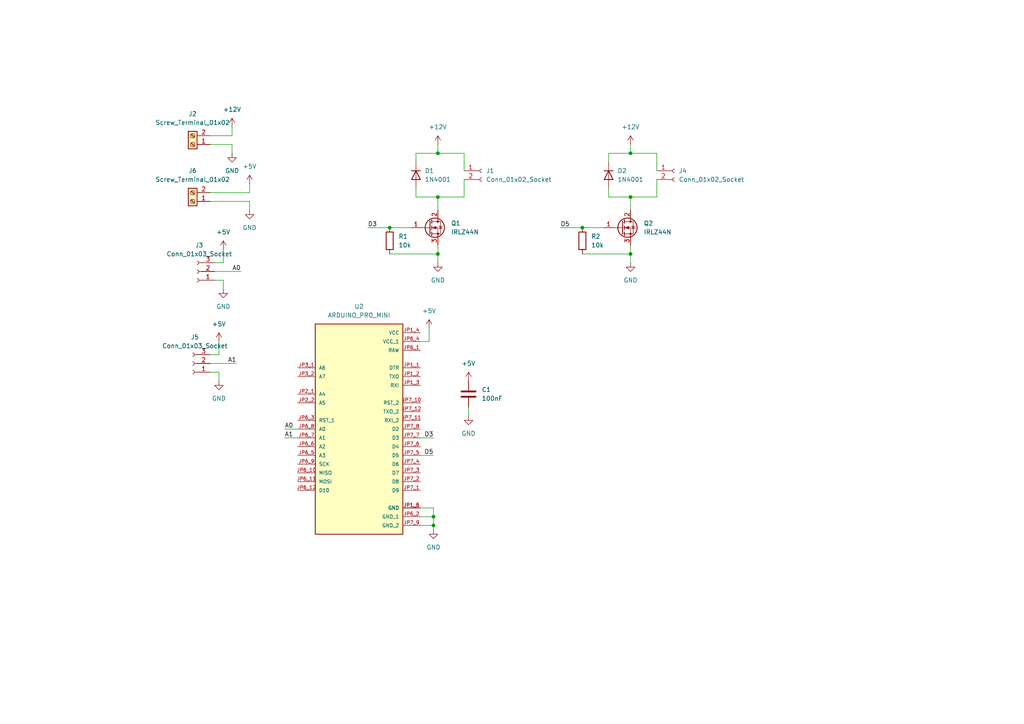
<source format=kicad_sch>
(kicad_sch (version 20230121) (generator eeschema)
  (paper "A4")
  (lib_symbols
    (symbol "Arduino_pro_mini:ARDUINO_PRO_MINI" (pin_names (offset 1.016))
      (property "Reference" "U" (at -12.7 31.75 0))
      (property "Value" "ARDUINO_PRO_MINI" (at -12.7 -33.02 0))
      (symbol "ARDUINO_PRO_MINI_0_0"
        (rectangle (start -12.7 -30.48) (end 12.7 30.48) (stroke (width 0.254)) (fill (type background)))
        (pin input line (at 17.78 17.78 180) (length 5.08) (name "DTR") (number "JP1_1"))
        (pin bidirectional line (at 17.78 15.24 180) (length 5.08) (name "TXO") (number "JP1_2"))
        (pin bidirectional line (at 17.78 12.7 180) (length 5.08) (name "RXI") (number "JP1_3"))
        (pin power_in line (at 17.78 27.94 180) (length 5.08) (name "VCC") (number "JP1_4"))
        (pin power_in line (at 17.78 -22.86 180) (length 5.08) (name "GND") (number "JP1_5"))
        (pin power_in line (at 17.78 -22.86 180) (length 5.08) (name "GND") (number "JP1_6"))
        (pin bidirectional line (at -17.78 10.16 0) (length 5.08) (name "A4") (number "JP2_1"))
        (pin bidirectional line (at -17.78 7.62 0) (length 5.08) (name "A5") (number "JP2_2"))
        (pin input line (at -17.78 17.78 0) (length 5.08) (name "A6") (number "JP3_1"))
        (pin input line (at -17.78 15.24 0) (length 5.08) (name "A7") (number "JP3_2"))
        (pin power_in line (at 17.78 22.86 180) (length 5.08) (name "RAW") (number "JP6_1"))
        (pin bidirectional line (at -17.78 -12.7 0) (length 5.08) (name "MISO") (number "JP6_10"))
        (pin bidirectional line (at -17.78 -15.24 0) (length 5.08) (name "MOSI") (number "JP6_11"))
        (pin bidirectional line (at -17.78 -17.78 0) (length 5.08) (name "D10") (number "JP6_12"))
        (pin power_in line (at 17.78 -25.4 180) (length 5.08) (name "GND_1") (number "JP6_2"))
        (pin input line (at -17.78 2.54 0) (length 5.08) (name "RST_1") (number "JP6_3"))
        (pin power_in line (at 17.78 25.4 180) (length 5.08) (name "VCC_1") (number "JP6_4"))
        (pin bidirectional line (at -17.78 -7.62 0) (length 5.08) (name "A3") (number "JP6_5"))
        (pin bidirectional line (at -17.78 -5.08 0) (length 5.08) (name "A2") (number "JP6_6"))
        (pin bidirectional line (at -17.78 -2.54 0) (length 5.08) (name "A1") (number "JP6_7"))
        (pin bidirectional line (at -17.78 0 0) (length 5.08) (name "A0") (number "JP6_8"))
        (pin bidirectional line (at -17.78 -10.16 0) (length 5.08) (name "SCK") (number "JP6_9"))
        (pin bidirectional line (at 17.78 -17.78 180) (length 5.08) (name "D9") (number "JP7_1"))
        (pin input line (at 17.78 7.62 180) (length 5.08) (name "RST_2") (number "JP7_10"))
        (pin bidirectional line (at 17.78 2.54 180) (length 5.08) (name "RXI_2") (number "JP7_11"))
        (pin bidirectional line (at 17.78 5.08 180) (length 5.08) (name "TXO_2") (number "JP7_12"))
        (pin bidirectional line (at 17.78 -15.24 180) (length 5.08) (name "D8") (number "JP7_2"))
        (pin bidirectional line (at 17.78 -12.7 180) (length 5.08) (name "D7") (number "JP7_3"))
        (pin bidirectional line (at 17.78 -10.16 180) (length 5.08) (name "D6") (number "JP7_4"))
        (pin bidirectional line (at 17.78 -7.62 180) (length 5.08) (name "D5") (number "JP7_5"))
        (pin bidirectional line (at 17.78 -5.08 180) (length 5.08) (name "D4") (number "JP7_6"))
        (pin bidirectional line (at 17.78 -2.54 180) (length 5.08) (name "D3") (number "JP7_7"))
        (pin bidirectional line (at 17.78 0 180) (length 5.08) (name "D2") (number "JP7_8"))
        (pin power_in line (at 17.78 -27.94 180) (length 5.08) (name "GND_2") (number "JP7_9"))
      )
    )
    (symbol "Connector:Conn_01x02_Socket" (pin_names (offset 1.016) hide)
      (property "Reference" "J" (at 0 2.54 0))
      (property "Value" "Conn_01x02_Socket" (at 0 -5.08 0))
      (symbol "Conn_01x02_Socket_1_1"
        (arc (start 0 -2.032) (mid -0.5058 -2.54) (end 0 -3.048) (stroke (width 0.1524)))
        (polyline (pts (xy -1.27 -2.54) (xy -0.508 -2.54)) (stroke (width 0.1524)))
        (polyline (pts (xy -1.27 0) (xy -0.508 0)) (stroke (width 0.1524)))
        (arc (start 0 0.508) (mid -0.5058 0) (end 0 -0.508) (stroke (width 0.1524)))
        (pin passive line (at -5.08 0 0) (length 3.81) (name "Pin_1") (number "1"))
        (pin passive line (at -5.08 -2.54 0) (length 3.81) (name "Pin_2") (number "2"))
      )
    )
    (symbol "Connector:Conn_01x03_Socket" (pin_names (offset 1.016) hide)
      (property "Reference" "J" (at 0 5.08 0))
      (property "Value" "Conn_01x03_Socket" (at 0 -5.08 0))
      (symbol "Conn_01x03_Socket_1_1"
        (arc (start 0 -2.032) (mid -0.5058 -2.54) (end 0 -3.048) (stroke (width 0.1524)))
        (polyline (pts (xy -1.27 -2.54) (xy -0.508 -2.54)) (stroke (width 0.1524)))
        (polyline (pts (xy -1.27 0) (xy -0.508 0)) (stroke (width 0.1524)))
        (polyline (pts (xy -1.27 2.54) (xy -0.508 2.54)) (stroke (width 0.1524)))
        (arc (start 0 0.508) (mid -0.5058 0) (end 0 -0.508) (stroke (width 0.1524)))
        (arc (start 0 3.048) (mid -0.5058 2.54) (end 0 2.032) (stroke (width 0.1524)))
        (pin passive line (at -5.08 2.54 0) (length 3.81) (name "Pin_1") (number "1"))
        (pin passive line (at -5.08 0 0) (length 3.81) (name "Pin_2") (number "2"))
        (pin passive line (at -5.08 -2.54 0) (length 3.81) (name "Pin_3") (number "3"))
      )
    )
    (symbol "Connector:Screw_Terminal_01x02" (pin_names (offset 1.016) hide)
      (property "Reference" "J" (at 0 2.54 0))
      (property "Value" "Screw_Terminal_01x02" (at 0 -5.08 0))
      (symbol "Screw_Terminal_01x02_1_1"
        (rectangle (start -1.27 1.27) (end 1.27 -3.81) (stroke (width 0.254)) (fill (type background)))
        (circle (center 0 -2.54) (radius 0.635) (stroke (width 0.1524)))
        (polyline (pts (xy -0.5334 -2.2098) (xy 0.3302 -3.048)) (stroke (width 0.1524)))
        (polyline (pts (xy -0.5334 0.3302) (xy 0.3302 -0.508)) (stroke (width 0.1524)))
        (polyline (pts (xy -0.3556 -2.032) (xy 0.508 -2.8702)) (stroke (width 0.1524)))
        (polyline (pts (xy -0.3556 0.508) (xy 0.508 -0.3302)) (stroke (width 0.1524)))
        (circle (center 0 0) (radius 0.635) (stroke (width 0.1524)))
        (pin passive line (at -5.08 0 0) (length 3.81) (name "Pin_1") (number "1"))
        (pin passive line (at -5.08 -2.54 0) (length 3.81) (name "Pin_2") (number "2"))
      )
    )
    (symbol "Device:C" (pin_numbers hide) (pin_names (offset 0.254))
      (property "Reference" "C" (at 0.635 2.54 0))
      (property "Value" "C" (at 0.635 -2.54 0))
      (symbol "C_0_1"
        (polyline (pts (xy -2.032 -0.762) (xy 2.032 -0.762)) (stroke (width 0.508)))
        (polyline (pts (xy -2.032 0.762) (xy 2.032 0.762)) (stroke (width 0.508)))
      )
      (symbol "C_1_1"
        (pin passive line (at 0 3.81 270) (length 2.794) (name "~") (number "1"))
        (pin passive line (at 0 -3.81 90) (length 2.794) (name "~") (number "2"))
      )
    )
    (symbol "Device:R" (pin_numbers hide) (pin_names (offset 0))
      (property "Reference" "R" (at 2.032 0 90))
      (property "Value" "R" (at 0 0 90))
      (symbol "R_0_1"
        (rectangle (start -1.016 -2.54) (end 1.016 2.54) (stroke (width 0.254)))
      )
      (symbol "R_1_1"
        (pin passive line (at 0 3.81 270) (length 1.27) (name "~") (number "1"))
        (pin passive line (at 0 -3.81 90) (length 1.27) (name "~") (number "2"))
      )
    )
    (symbol "Diode:1N4001" (pin_numbers hide) (pin_names hide)
      (property "Reference" "D" (at 0 2.54 0))
      (property "Value" "1N4001" (at 0 -2.54 0))
      (symbol "1N4001_0_1"
        (polyline (pts (xy -1.27 1.27) (xy -1.27 -1.27)) (stroke (width 0.254)))
        (polyline (pts (xy 1.27 0) (xy -1.27 0)))
        (polyline (pts (xy 1.27 1.27) (xy 1.27 -1.27) (xy -1.27 0) (xy 1.27 1.27)) (stroke (width 0.254)))
      )
      (symbol "1N4001_1_1"
        (pin passive line (at -3.81 0 0) (length 2.54) (name "K") (number "1"))
        (pin passive line (at 3.81 0 180) (length 2.54) (name "A") (number "2"))
      )
    )
    (symbol "Transistor_FET:IRLZ44N" (pin_names hide)
      (property "Reference" "Q" (at 6.35 1.905 0))
      (property "Value" "IRLZ44N" (at 6.35 0 0))
      (symbol "IRLZ44N_0_1"
        (polyline (pts (xy 0.254 0) (xy -2.54 0)))
        (polyline (pts (xy 0.254 1.905) (xy 0.254 -1.905)) (stroke (width 0.254)))
        (polyline (pts (xy 0.762 -1.27) (xy 0.762 -2.286)) (stroke (width 0.254)))
        (polyline (pts (xy 0.762 0.508) (xy 0.762 -0.508)) (stroke (width 0.254)))
        (polyline (pts (xy 0.762 2.286) (xy 0.762 1.27)) (stroke (width 0.254)))
        (polyline (pts (xy 2.54 2.54) (xy 2.54 1.778)))
        (polyline (pts (xy 2.54 -2.54) (xy 2.54 0) (xy 0.762 0)))
        (polyline (pts (xy 0.762 -1.778) (xy 3.302 -1.778) (xy 3.302 1.778) (xy 0.762 1.778)))
        (polyline (pts (xy 1.016 0) (xy 2.032 0.381) (xy 2.032 -0.381) (xy 1.016 0)) (fill (type outline)))
        (polyline (pts (xy 2.794 0.508) (xy 2.921 0.381) (xy 3.683 0.381) (xy 3.81 0.254)))
        (polyline (pts (xy 3.302 0.381) (xy 2.921 -0.254) (xy 3.683 -0.254) (xy 3.302 0.381)))
        (circle (center 1.651 0) (radius 2.794) (stroke (width 0.254)))
        (circle (center 2.54 -1.778) (radius 0.254) (fill (type outline)))
        (circle (center 2.54 1.778) (radius 0.254) (fill (type outline)))
      )
      (symbol "IRLZ44N_1_1"
        (pin input line (at -5.08 0 0) (length 2.54) (name "G") (number "1"))
        (pin passive line (at 2.54 5.08 270) (length 2.54) (name "D") (number "2"))
        (pin passive line (at 2.54 -5.08 90) (length 2.54) (name "S") (number "3"))
      )
    )
    (symbol "power:+12V" (power) (pin_names (offset 0))
      (property "Value" "+12V" (at 0 3.556 0))
      (symbol "+12V_0_1"
        (polyline (pts (xy -0.762 1.27) (xy 0 2.54)))
        (polyline (pts (xy 0 0) (xy 0 2.54)))
        (polyline (pts (xy 0 2.54) (xy 0.762 1.27)))
      )
      (symbol "+12V_1_1"
        (pin power_in line (at 0 0 90) (length 0) hide (name "+12V") (number "1"))
      )
    )
    (symbol "power:+5V" (power) (pin_names (offset 0))
      (property "Value" "+5V" (at 0 3.556 0))
      (symbol "+5V_0_1"
        (polyline (pts (xy -0.762 1.27) (xy 0 2.54)))
        (polyline (pts (xy 0 0) (xy 0 2.54)))
        (polyline (pts (xy 0 2.54) (xy 0.762 1.27)))
      )
      (symbol "+5V_1_1"
        (pin power_in line (at 0 0 90) (length 0) hide (name "+5V") (number "1"))
      )
    )
    (symbol "power:GND" (power) (pin_names (offset 0))
      (property "Value" "GND" (at 0 -3.81 0))
      (symbol "GND_0_1"
        (polyline (pts (xy 0 0) (xy 0 -1.27) (xy 1.27 -1.27) (xy 0 -2.54) (xy -1.27 -1.27) (xy 0 -1.27)))
      )
      (symbol "GND_1_1"
        (pin power_in line (at 0 0 270) (length 0) hide (name "GND") (number "1"))
      )
    )
  )
  (junction (at 182.88 73.66))
  (junction (at 127 73.66))
  (junction (at 168.91 66.04))
  (junction (at 182.88 44.45))
  (junction (at 127 44.45))
  (junction (at 125.73 152.4))
  (junction (at 113.03 66.04))
  (junction (at 182.88 57.15))
  (junction (at 127 57.15))
  (junction (at 125.73 149.86))
  (wire (pts (xy 121.92 149.86) (xy 125.73 149.86)))
  (wire (pts (xy 124.46 95.25) (xy 124.46 99.06)))
  (wire (pts (xy 64.77 72.39) (xy 64.77 76.2)))
  (wire (pts (xy 67.31 41.91) (xy 67.31 44.45)))
  (wire (pts (xy 127 44.45) (xy 134.62 44.45)))
  (wire (pts (xy 182.88 73.66) (xy 182.88 76.2)))
  (wire (pts (xy 190.5 44.45) (xy 190.5 49.53)))
  (wire (pts (xy 60.96 41.91) (xy 67.31 41.91)))
  (wire (pts (xy 176.53 44.45) (xy 182.88 44.45)))
  (wire (pts (xy 60.96 105.41) (xy 68.58 105.41)))
  (wire (pts (xy 127 73.66) (xy 127 71.12)))
  (wire (pts (xy 63.5 110.49) (xy 63.5 107.95)))
  (wire (pts (xy 63.5 107.95) (xy 60.96 107.95)))
  (wire (pts (xy 72.39 53.34) (xy 72.39 55.88)))
  (wire (pts (xy 176.53 54.61) (xy 176.53 57.15)))
  (wire (pts (xy 64.77 76.2) (xy 62.23 76.2)))
  (wire (pts (xy 127 73.66) (xy 127 76.2)))
  (wire (pts (xy 135.89 118.11) (xy 135.89 120.65)))
  (wire (pts (xy 60.96 39.37) (xy 67.31 39.37)))
  (wire (pts (xy 125.73 149.86) (xy 125.73 152.4)))
  (wire (pts (xy 127 57.15) (xy 134.62 57.15)))
  (wire (pts (xy 63.5 102.87) (xy 60.96 102.87)))
  (wire (pts (xy 72.39 55.88) (xy 60.96 55.88)))
  (wire (pts (xy 127 57.15) (xy 127 60.96)))
  (wire (pts (xy 120.65 46.99) (xy 120.65 44.45)))
  (wire (pts (xy 168.91 66.04) (xy 175.26 66.04)))
  (wire (pts (xy 106.68 66.04) (xy 113.03 66.04)))
  (wire (pts (xy 120.65 44.45) (xy 127 44.45)))
  (wire (pts (xy 125.73 147.32) (xy 125.73 149.86)))
  (wire (pts (xy 63.5 99.06) (xy 63.5 102.87)))
  (wire (pts (xy 82.55 124.46) (xy 86.36 124.46)))
  (wire (pts (xy 182.88 44.45) (xy 190.5 44.45)))
  (wire (pts (xy 134.62 44.45) (xy 134.62 49.53)))
  (wire (pts (xy 121.92 127) (xy 125.73 127)))
  (wire (pts (xy 67.31 39.37) (xy 67.31 36.83)))
  (wire (pts (xy 64.77 83.82) (xy 64.77 81.28)))
  (wire (pts (xy 60.96 58.42) (xy 72.39 58.42)))
  (wire (pts (xy 121.92 99.06) (xy 124.46 99.06)))
  (wire (pts (xy 82.55 127) (xy 86.36 127)))
  (wire (pts (xy 162.56 66.04) (xy 168.91 66.04)))
  (wire (pts (xy 182.88 73.66) (xy 182.88 71.12)))
  (wire (pts (xy 168.91 73.66) (xy 182.88 73.66)))
  (wire (pts (xy 127 41.91) (xy 127 44.45)))
  (wire (pts (xy 121.92 147.32) (xy 125.73 147.32)))
  (wire (pts (xy 120.65 54.61) (xy 120.65 57.15)))
  (wire (pts (xy 64.77 81.28) (xy 62.23 81.28)))
  (wire (pts (xy 190.5 52.07) (xy 190.5 57.15)))
  (wire (pts (xy 121.92 132.08) (xy 125.73 132.08)))
  (wire (pts (xy 72.39 58.42) (xy 72.39 60.96)))
  (wire (pts (xy 182.88 57.15) (xy 182.88 60.96)))
  (wire (pts (xy 182.88 57.15) (xy 176.53 57.15)))
  (wire (pts (xy 62.23 78.74) (xy 69.85 78.74)))
  (wire (pts (xy 113.03 66.04) (xy 119.38 66.04)))
  (wire (pts (xy 182.88 57.15) (xy 190.5 57.15)))
  (wire (pts (xy 134.62 52.07) (xy 134.62 57.15)))
  (wire (pts (xy 121.92 152.4) (xy 125.73 152.4)))
  (wire (pts (xy 125.73 152.4) (xy 125.73 153.67)))
  (wire (pts (xy 176.53 46.99) (xy 176.53 44.45)))
  (wire (pts (xy 182.88 41.91) (xy 182.88 44.45)))
  (wire (pts (xy 113.03 73.66) (xy 127 73.66)))
  (wire (pts (xy 127 57.15) (xy 120.65 57.15)))
  (label "D5" (at 125.73 132.08 180))
  (label "A1" (at 68.58 105.41 180))
  (label "D3" (at 125.73 127 180))
  (label "A0" (at 69.85 78.74 180))
  (label "A1" (at 82.55 127 0))
  (label "D5" (at 162.56 66.04 0))
  (label "A0" (at 82.55 124.46 0))
  (label "D3" (at 106.68 66.04 0))
  (symbol (lib_id "Device:R") (at 113.03 69.85 0) (unit 1)
    (property "Reference" "R1" (at 115.57 68.58 0) (effects (justify left)))
    (property "Value" "10k" (at 115.57 71.12 0) (effects (justify left)))
    (property "Footprint" "Resistor_THT:R_Axial_DIN0204_L3.6mm_D1.6mm_P7.62mm_Horizontal" (effects hide))
  )
  (symbol (lib_id "power:GND") (at 64.77 83.82 0) (unit 1)
    (property "Reference" "#PWR06" (effects hide))
    (property "Value" "GND" (at 64.77 88.9 0))
  )
  (symbol (lib_id "power:GND") (at 125.73 153.67 0) (unit 1)
    (property "Reference" "#PWR013" (effects hide))
    (property "Value" "GND" (at 125.73 158.75 0))
  )
  (symbol (lib_id "Device:R") (at 168.91 69.85 0) (unit 1)
    (property "Reference" "R2" (at 171.45 68.58 0) (effects (justify left)))
    (property "Value" "10k" (at 171.45 71.12 0) (effects (justify left)))
    (property "Footprint" "Resistor_THT:R_Axial_DIN0204_L3.6mm_D1.6mm_P7.62mm_Horizontal" (effects hide))
  )
  (symbol (lib_id "Transistor_FET:IRLZ44N") (at 180.34 66.04 0) (unit 1)
    (property "Reference" "Q2" (at 186.69 64.77 0) (effects (justify left)))
    (property "Value" "IRLZ44N" (at 186.69 67.31 0) (effects (justify left)))
    (property "Footprint" "Package_TO_SOT_THT:TO-220-3_Vertical" (effects hide))
    (property "Datasheet" "http://www.irf.com/product-info/datasheets/data/irlz44n.pdf" (effects hide))
  )
  (symbol (lib_id "power:+5V") (at 72.39 53.34 0) (unit 1)
    (property "Reference" "#PWR011" (effects hide))
    (property "Value" "+5V" (at 72.39 48.26 0))
  )
  (symbol (lib_id "power:+5V") (at 63.5 99.06 0) (unit 1)
    (property "Reference" "#PWR09" (effects hide))
    (property "Value" "+5V" (at 63.5 93.98 0))
  )
  (symbol (lib_id "Diode:1N4001") (at 176.53 50.8 270) (unit 1)
    (property "Reference" "D2" (at 179.07 49.53 90) (effects (justify left)))
    (property "Value" "1N4001" (at 179.07 52.07 90) (effects (justify left)))
    (property "Footprint" "Diode_THT:D_DO-41_SOD81_P10.16mm_Horizontal" (effects hide))
    (property "Datasheet" "http://www.vishay.com/docs/88503/1n4001.pdf" (effects hide))
    (property "Sim.Device" "D" (effects hide))
    (property "Sim.Pins" "1=K 2=A" (effects hide))
  )
  (symbol (lib_id "Connector:Conn_01x03_Socket") (at 57.15 78.74 180) (unit 1)
    (property "Reference" "J3" (at 57.785 71.12 0))
    (property "Value" "Conn_01x03_Socket" (at 57.785 73.66 0))
    (property "Footprint" "Connector_PinSocket_2.54mm:PinSocket_1x03_P2.54mm_Vertical" (effects hide))
  )
  (symbol (lib_id "Device:C") (at 135.89 114.3 0) (unit 1)
    (property "Reference" "C1" (at 139.7 113.03 0) (effects (justify left)))
    (property "Value" "100nF" (at 139.7 115.57 0) (effects (justify left)))
  )
  (symbol (lib_id "power:+12V") (at 182.88 41.91 0) (unit 1)
    (property "Reference" "#PWR07" (effects hide))
    (property "Value" "+12V" (at 182.88 36.83 0))
  )
  (symbol (lib_id "Transistor_FET:IRLZ44N") (at 124.46 66.04 0) (unit 1)
    (property "Reference" "Q1" (at 130.81 64.77 0) (effects (justify left)))
    (property "Value" "IRLZ44N" (at 130.81 67.31 0) (effects (justify left)))
    (property "Footprint" "Package_TO_SOT_THT:TO-220-3_Vertical" (effects hide))
    (property "Datasheet" "http://www.irf.com/product-info/datasheets/data/irlz44n.pdf" (effects hide))
  )
  (symbol (lib_id "power:+5V") (at 135.89 110.49 0) (unit 1)
    (property "Reference" "#PWR015" (effects hide))
    (property "Value" "+5V" (at 135.89 105.41 0))
  )
  (symbol (lib_id "power:GND") (at 135.89 120.65 0) (unit 1)
    (property "Reference" "#PWR016" (effects hide))
    (property "Value" "GND" (at 135.89 125.73 0))
  )
  (symbol (lib_id "power:+12V") (at 127 41.91 0) (unit 1)
    (property "Reference" "#PWR04" (effects hide))
    (property "Value" "+12V" (at 127 36.83 0))
  )
  (symbol (lib_id "Diode:1N4001") (at 120.65 50.8 270) (unit 1)
    (property "Reference" "D1" (at 123.19 49.53 90) (effects (justify left)))
    (property "Value" "1N4001" (at 123.19 52.07 90) (effects (justify left)))
    (property "Footprint" "Diode_THT:D_DO-41_SOD81_P10.16mm_Horizontal" (effects hide))
    (property "Datasheet" "http://www.vishay.com/docs/88503/1n4001.pdf" (effects hide))
    (property "Sim.Device" "D" (effects hide))
    (property "Sim.Pins" "1=K 2=A" (effects hide))
  )
  (symbol (lib_id "power:GND") (at 67.31 44.45 0) (unit 1)
    (property "Reference" "#PWR03" (effects hide))
    (property "Value" "GND" (at 67.31 49.53 0))
  )
  (symbol (lib_id "Arduino_pro_mini:ARDUINO_PRO_MINI") (at 104.14 124.46 0) (unit 1)
    (property "Reference" "U2" (at 104.14 88.9 0))
    (property "Value" "ARDUINO_PRO_MINI" (at 104.14 91.44 0))
    (property "Footprint" "Arduino_pro_mini:MODULE_ARDUINO_PRO_MINI" (effects hide))
    (property "MF" "Arduino" (effects hide))
    (property "MAXIMUM_PACKAGE_HEIGHT" "N/A" (effects hide))
    (property "Package" "None" (effects hide))
    (property "Price" "None" (effects hide))
    (property "Check_prices" "https://www.snapeda.com/parts/Arduino%20Pro%20Mini/Arduino/view-part/?ref=eda" (effects hide))
    (property "STANDARD" "Manufacturer Recommendations" (effects hide))
    (property "PARTREV" "N/A" (effects hide))
    (property "SnapEDA_Link" "https://www.snapeda.com/parts/Arduino%20Pro%20Mini/Arduino/view-part/?ref=snap" (effects hide))
    (property "MP" "Arduino Pro Mini" (effects hide))
    (property "Description" "\nThis board was developed for applications and installations where space is premium and projects are made as permanent set ups. Small, available in 3.3 V and 5 V versions, powered by ATmega328P.\n" (effects hide))
    (property "Availability" "In Stock" (effects hide))
    (property "MANUFACTURER" "SparkFun Electronics" (effects hide))
  )
  (symbol (lib_id "Connector:Screw_Terminal_01x02") (at 55.88 58.42 180) (unit 1)
    (property "Reference" "J6" (at 55.88 49.53 0))
    (property "Value" "Screw_Terminal_01x02" (at 55.88 52.07 0))
    (property "Footprint" "TerminalBlock:TerminalBlock_Altech_AK300-2_P5.00mm" (effects hide))
  )
  (symbol (lib_id "Connector:Conn_01x03_Socket") (at 55.88 105.41 180) (unit 1)
    (property "Reference" "J5" (at 56.515 97.79 0))
    (property "Value" "Conn_01x03_Socket" (at 56.515 100.33 0))
    (property "Footprint" "Connector_PinSocket_2.54mm:PinSocket_1x03_P2.54mm_Vertical" (effects hide))
  )
  (symbol (lib_id "power:GND") (at 182.88 76.2 0) (unit 1)
    (property "Reference" "#PWR08" (effects hide))
    (property "Value" "GND" (at 182.88 81.28 0))
  )
  (symbol (lib_id "power:+5V") (at 64.77 72.39 0) (unit 1)
    (property "Reference" "#PWR05" (effects hide))
    (property "Value" "+5V" (at 64.77 67.31 0))
  )
  (symbol (lib_id "power:GND") (at 127 76.2 0) (unit 1)
    (property "Reference" "#PWR01" (effects hide))
    (property "Value" "GND" (at 127 81.28 0))
  )
  (symbol (lib_id "power:GND") (at 72.39 60.96 0) (unit 1)
    (property "Reference" "#PWR012" (effects hide))
    (property "Value" "GND" (at 72.39 66.04 0))
  )
  (symbol (lib_id "power:+12V") (at 67.31 36.83 0) (unit 1)
    (property "Reference" "#PWR02" (effects hide))
    (property "Value" "+12V" (at 67.31 31.75 0))
  )
  (symbol (lib_id "Connector:Conn_01x02_Socket") (at 195.58 49.53 0) (unit 1)
    (property "Reference" "J4" (at 196.85 49.53 0) (effects (justify left)))
    (property "Value" "Conn_01x02_Socket" (at 196.85 52.07 0) (effects (justify left)))
    (property "Footprint" "Connector_PinSocket_2.54mm:PinSocket_1x02_P2.54mm_Vertical" (effects hide))
  )
  (symbol (lib_id "Connector:Conn_01x02_Socket") (at 139.7 49.53 0) (unit 1)
    (property "Reference" "J1" (at 140.97 49.53 0) (effects (justify left)))
    (property "Value" "Conn_01x02_Socket" (at 140.97 52.07 0) (effects (justify left)))
    (property "Footprint" "Connector_PinSocket_2.54mm:PinSocket_1x02_P2.54mm_Vertical" (effects hide))
  )
  (symbol (lib_id "power:GND") (at 63.5 110.49 0) (unit 1)
    (property "Reference" "#PWR010" (effects hide))
    (property "Value" "GND" (at 63.5 115.57 0))
  )
  (symbol (lib_id "Connector:Screw_Terminal_01x02") (at 55.88 41.91 180) (unit 1)
    (property "Reference" "J2" (at 55.88 33.02 0))
    (property "Value" "Screw_Terminal_01x02" (at 55.88 35.56 0))
    (property "Footprint" "TerminalBlock:TerminalBlock_Altech_AK300-2_P5.00mm" (effects hide))
  )
  (symbol (lib_id "power:+5V") (at 124.46 95.25 0) (unit 1)
    (property "Reference" "#PWR014" (effects hide))
    (property "Value" "+5V" (at 124.46 90.17 0))
  )
)
</source>
